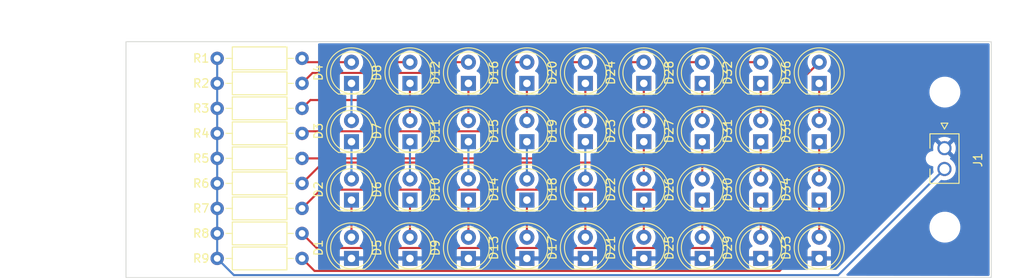
<source format=kicad_pcb>
(kicad_pcb (version 20221018) (generator pcbnew)
  (layers (0 "F.Cu" signal) (31 "B.Cu" signal) (34 "B.Paste" user) (35 "F.Paste" user) (36 "B.SilkS" user "B.Silkscreen") (37 "F.SilkS" user "F.Silkscreen") (38 "B.Mask" user) (39 "F.Mask" user) (44 "Edge.Cuts" user))
  (net 0 "")
  (net 1 "Net-(D1-A)")
  (net 2 "Net-(D2-A)")
  (net 3 "Net-(D3-A)")
  (net 4 "GND")
  (net 5 "Net-(D5-A)")
  (net 6 "Net-(D6-A)")
  (net 7 "Net-(D7-A)")
  (net 8 "Net-(D10-K)")
  (net 9 "Net-(D10-A)")
  (net 10 "Net-(D11-A)")
  (net 11 "Net-(D13-A)")
  (net 12 "Net-(D14-A)")
  (net 13 "Net-(D15-A)")
  (net 14 "Net-(D17-A)")
  (net 15 "Net-(D18-A)")
  (net 16 "Net-(D19-A)")
  (net 17 "Net-(D21-A)")
  (net 18 "Net-(D22-A)")
  (net 19 "Net-(D23-A)")
  (net 20 "Net-(D25-A)")
  (net 21 "Net-(D26-A)")
  (net 22 "Net-(D27-A)")
  (net 23 "Net-(D29-A)")
  (net 24 "Net-(D30-A)")
  (net 25 "Net-(D31-A)")
  (net 26 "Net-(D33-A)")
  (net 27 "Net-(D34-A)")
  (net 28 "Net-(D35-A)")
  (net 29 "+12V")
  (net 30 "Net-(D4-A)")
  (net 31 "Net-(D8-A)")
  (net 32 "Net-(D12-A)")
  (net 33 "Net-(D16-A)")
  (net 34 "Net-(D20-A)")
  (net 35 "Net-(D24-A)")
  (net 36 "Net-(D28-A)")
  (net 37 "Net-(D32-A)")
  (net 38 "Net-(D36-A)")
  (footprint "LED_THT:LED_D5.0mm" (layer "F.Cu") (at 183 112 90)
    (fp_text reference "D35" (at 1.27 -3.96 90) (layer "F.SilkS"))
    (fp_text value "LED")
    (fp_line (start -1.29 -1.545) (end -1.29 1.545) (stroke (width 0.12)) (layer "F.SilkS"))
    (fp_arc (start -1.29 -1.54483) (mid 2.072002 -2.880433) (end 4.26 0.000462) (stroke (width 0.12)) (layer "F.SilkS"))
    (fp_arc (start 4.26 -0.000462) (mid 2.072002 2.880433) (end -1.29 1.54483) (stroke (width 0.12)) (layer "F.SilkS"))
    (fp_circle (center 1.27 0) (end 3.77 0) (stroke (width 0.12)) (fill none) (layer "F.SilkS"))
    (pad "1" thru_hole rect (at 0 0 90) (size 1.8 1.8) (drill 0.9) (layers "*.Cu" "*.Mask") (net 27 "Net-(D34-A)"))
    (pad "2" thru_hole circle (at 2.54 0 90) (size 1.8 1.8) (drill 0.9) (layers "*.Cu" "*.Mask") (net 28 "Net-(D35-A)"))
  )
  (footprint "LED_THT:LED_D5.0mm" (layer "F.Cu") (at 134 126 90)
    (fp_text reference "D5" (at 1.27 -3.96 90) (layer "F.SilkS"))
    (fp_text value "LED")
    (fp_line (start -1.29 -1.545) (end -1.29 1.545) (stroke (width 0.12)) (layer "F.SilkS"))
    (fp_arc (start -1.29 -1.54483) (mid 2.072002 -2.880433) (end 4.26 0.000462) (stroke (width 0.12)) (layer "F.SilkS"))
    (fp_arc (start 4.26 -0.000462) (mid 2.072002 2.880433) (end -1.29 1.54483) (stroke (width 0.12)) (layer "F.SilkS"))
    (fp_circle (center 1.27 0) (end 3.77 0) (stroke (width 0.12)) (fill none) (layer "F.SilkS"))
    (pad "1" thru_hole rect (at 0 0 90) (size 1.8 1.8) (drill 0.9) (layers "*.Cu" "*.Mask") (net 4 "GND"))
    (pad "2" thru_hole circle (at 2.54 0 90) (size 1.8 1.8) (drill 0.9) (layers "*.Cu" "*.Mask") (net 5 "Net-(D5-A)"))
  )
  (footprint "LED_THT:LED_D5.0mm" (layer "F.Cu") (at 148 112 90)
    (fp_text reference "D15" (at 1.27 -3.96 90) (layer "F.SilkS"))
    (fp_text value "LED")
    (fp_line (start -1.29 -1.545) (end -1.29 1.545) (stroke (width 0.12)) (layer "F.SilkS"))
    (fp_arc (start -1.29 -1.54483) (mid 2.072002 -2.880433) (end 4.26 0.000462) (stroke (width 0.12)) (layer "F.SilkS"))
    (fp_arc (start 4.26 -0.000462) (mid 2.072002 2.880433) (end -1.29 1.54483) (stroke (width 0.12)) (layer "F.SilkS"))
    (fp_circle (center 1.27 0) (end 3.77 0) (stroke (width 0.12)) (fill none) (layer "F.SilkS"))
    (pad "1" thru_hole rect (at 0 0 90) (size 1.8 1.8) (drill 0.9) (layers "*.Cu" "*.Mask") (net 12 "Net-(D14-A)"))
    (pad "2" thru_hole circle (at 2.54 0 90) (size 1.8 1.8) (drill 0.9) (layers "*.Cu" "*.Mask") (net 13 "Net-(D15-A)"))
  )
  (footprint "LED_THT:LED_D5.0mm" (layer "F.Cu") (at 141 119 90)
    (fp_text reference "D10" (at 1.27 -3.96 90) (layer "F.SilkS"))
    (fp_text value "LED")
    (fp_line (start -1.29 -1.545) (end -1.29 1.545) (stroke (width 0.12)) (layer "F.SilkS"))
    (fp_arc (start -1.29 -1.54483) (mid 2.072002 -2.880433) (end 4.26 0.000462) (stroke (width 0.12)) (layer "F.SilkS"))
    (fp_arc (start 4.26 -0.000462) (mid 2.072002 2.880433) (end -1.29 1.54483) (stroke (width 0.12)) (layer "F.SilkS"))
    (fp_circle (center 1.27 0) (end 3.77 0) (stroke (width 0.12)) (fill none) (layer "F.SilkS"))
    (pad "1" thru_hole rect (at 0 0 90) (size 1.8 1.8) (drill 0.9) (layers "*.Cu" "*.Mask") (net 8 "Net-(D10-K)"))
    (pad "2" thru_hole circle (at 2.54 0 90) (size 1.8 1.8) (drill 0.9) (layers "*.Cu" "*.Mask") (net 9 "Net-(D10-A)"))
  )
  (footprint "LED_THT:LED_D5.0mm" (layer "F.Cu") (at 162 105 90)
    (fp_text reference "D24" (at 1.27 -3.96 90) (layer "F.SilkS"))
    (fp_text value "LED")
    (fp_line (start -1.29 -1.545) (end -1.29 1.545) (stroke (width 0.12)) (layer "F.SilkS"))
    (fp_arc (start -1.29 -1.54483) (mid 2.072002 -2.880433) (end 4.26 0.000462) (stroke (width 0.12)) (layer "F.SilkS"))
    (fp_arc (start 4.26 -0.000462) (mid 2.072002 2.880433) (end -1.29 1.54483) (stroke (width 0.12)) (layer "F.SilkS"))
    (fp_circle (center 1.27 0) (end 3.77 0) (stroke (width 0.12)) (fill none) (layer "F.SilkS"))
    (pad "1" thru_hole rect (at 0 0 90) (size 1.8 1.8) (drill 0.9) (layers "*.Cu" "*.Mask") (net 19 "Net-(D23-A)"))
    (pad "2" thru_hole circle (at 2.54 0 90) (size 1.8 1.8) (drill 0.9) (layers "*.Cu" "*.Mask") (net 35 "Net-(D24-A)"))
  )
  (footprint "Resistor_THT:R_Axial_DIN0207_L6.3mm_D2.5mm_P10.16mm_Horizontal" (layer "F.Cu") (at 121.08 108 180)
    (fp_text reference "R3" (at 12.08 0) (layer "F.SilkS"))
    (fp_text value "180")
    (fp_line (start 1.04 0) (end 1.81 0) (stroke (width 0.12)) (layer "F.SilkS"))
    (fp_line (start 1.81 -1.37) (end 1.81 1.37) (stroke (width 0.12)) (layer "F.SilkS"))
    (fp_line (start 1.81 1.37) (end 8.35 1.37) (stroke (width 0.12)) (layer "F.SilkS"))
    (fp_line (start 8.35 -1.37) (end 1.81 -1.37) (stroke (width 0.12)) (layer "F.SilkS"))
    (fp_line (start 8.35 1.37) (end 8.35 -1.37) (stroke (width 0.12)) (layer "F.SilkS"))
    (fp_line (start 9.12 0) (end 8.35 0) (stroke (width 0.12)) (layer "F.SilkS"))
    (pad "1" thru_hole circle (at 0 0 180) (size 1.6 1.6) (drill 0.8) (layers "*.Cu" "*.Mask") (net 32 "Net-(D12-A)"))
    (pad "2" thru_hole oval (at 10.16 0 180) (size 1.6 1.6) (drill 0.8) (layers "*.Cu" "*.Mask") (net 29 "+12V"))
  )
  (footprint "LED_THT:LED_D5.0mm" (layer "F.Cu") (at 176 112 90)
    (fp_text reference "D31" (at 1.27 -3.96 90) (layer "F.SilkS"))
    (fp_text value "LED")
    (fp_line (start -1.29 -1.545) (end -1.29 1.545) (stroke (width 0.12)) (layer "F.SilkS"))
    (fp_arc (start -1.29 -1.54483) (mid 2.072002 -2.880433) (end 4.26 0.000462) (stroke (width 0.12)) (layer "F.SilkS"))
    (fp_arc (start 4.26 -0.000462) (mid 2.072002 2.880433) (end -1.29 1.54483) (stroke (width 0.12)) (layer "F.SilkS"))
    (fp_circle (center 1.27 0) (end 3.77 0) (stroke (width 0.12)) (fill none) (layer "F.SilkS"))
    (pad "1" thru_hole rect (at 0 0 90) (size 1.8 1.8) (drill 0.9) (layers "*.Cu" "*.Mask") (net 24 "Net-(D30-A)"))
    (pad "2" thru_hole circle (at 2.54 0 90) (size 1.8 1.8) (drill 0.9) (layers "*.Cu" "*.Mask") (net 25 "Net-(D31-A)"))
  )
  (footprint "MountingHole:MountingHole_3.2mm_M3" (layer "F.Cu") (at 105.55 122.25)
    (fp_text reference "REF**" hide)
    (fp_text value "MountingHole_3.2mm_M3")
    (pad "" np_thru_hole circle (at 0 0) (size 3.2 3.2) (drill 3.2) (layers "F&B.Cu" "*.Mask"))
  )
  (footprint "LED_THT:LED_D5.0mm" (layer "F.Cu") (at 155 112 90)
    (fp_text reference "D19" (at 1.27 -3.96 90) (layer "F.SilkS"))
    (fp_text value "LED")
    (fp_line (start -1.29 -1.545) (end -1.29 1.545) (stroke (width 0.12)) (layer "F.SilkS"))
    (fp_arc (start -1.29 -1.54483) (mid 2.072002 -2.880433) (end 4.26 0.000462) (stroke (width 0.12)) (layer "F.SilkS"))
    (fp_arc (start 4.26 -0.000462) (mid 2.072002 2.880433) (end -1.29 1.54483) (stroke (width 0.12)) (layer "F.SilkS"))
    (fp_circle (center 1.27 0) (end 3.77 0) (stroke (width 0.12)) (fill none) (layer "F.SilkS"))
    (pad "1" thru_hole rect (at 0 0 90) (size 1.8 1.8) (drill 0.9) (layers "*.Cu" "*.Mask") (net 15 "Net-(D18-A)"))
    (pad "2" thru_hole circle (at 2.54 0 90) (size 1.8 1.8) (drill 0.9) (layers "*.Cu" "*.Mask") (net 16 "Net-(D19-A)"))
  )
  (footprint "Resistor_THT:R_Axial_DIN0207_L6.3mm_D2.5mm_P10.16mm_Horizontal" (layer "F.Cu") (at 121.08 102 180)
    (fp_text reference "R1" (at 12.08 0) (layer "F.SilkS"))
    (fp_text value "180")
    (fp_line (start 1.04 0) (end 1.81 0) (stroke (width 0.12)) (layer "F.SilkS"))
    (fp_line (start 1.81 -1.37) (end 1.81 1.37) (stroke (width 0.12)) (layer "F.SilkS"))
    (fp_line (start 1.81 1.37) (end 8.35 1.37) (stroke (width 0.12)) (layer "F.SilkS"))
    (fp_line (start 8.35 -1.37) (end 1.81 -1.37) (stroke (width 0.12)) (layer "F.SilkS"))
    (fp_line (start 8.35 1.37) (end 8.35 -1.37) (stroke (width 0.12)) (layer "F.SilkS"))
    (fp_line (start 9.12 0) (end 8.35 0) (stroke (width 0.12)) (layer "F.SilkS"))
    (pad "1" thru_hole circle (at 0 0 180) (size 1.6 1.6) (drill 0.8) (layers "*.Cu" "*.Mask") (net 30 "Net-(D4-A)"))
    (pad "2" thru_hole oval (at 10.16 0 180) (size 1.6 1.6) (drill 0.8) (layers "*.Cu" "*.Mask") (net 29 "+12V"))
  )
  (footprint "LED_THT:LED_D5.0mm" (layer "F.Cu") (at 127 105 90)
    (fp_text reference "D4" (at 1.27 -3.96 90) (layer "F.SilkS"))
    (fp_text value "LED")
    (fp_line (start -1.29 -1.545) (end -1.29 1.545) (stroke (width 0.12)) (layer "F.SilkS"))
    (fp_arc (start -1.29 -1.54483) (mid 2.072002 -2.880433) (end 4.26 0.000462) (stroke (width 0.12)) (layer "F.SilkS"))
    (fp_arc (start 4.26 -0.000462) (mid 2.072002 2.880433) (end -1.29 1.54483) (stroke (width 0.12)) (layer "F.SilkS"))
    (fp_circle (center 1.27 0) (end 3.77 0) (stroke (width 0.12)) (fill none) (layer "F.SilkS"))
    (pad "1" thru_hole rect (at 0 0 90) (size 1.8 1.8) (drill 0.9) (layers "*.Cu" "*.Mask") (net 3 "Net-(D3-A)"))
    (pad "2" thru_hole circle (at 2.54 0 90) (size 1.8 1.8) (drill 0.9) (layers "*.Cu" "*.Mask") (net 30 "Net-(D4-A)"))
  )
  (footprint "LED_THT:LED_D5.0mm" (layer "F.Cu") (at 183 126 90)
    (fp_text reference "D33" (at 1.27 -3.96 90) (layer "F.SilkS"))
    (fp_text value "LED")
    (fp_line (start -1.29 -1.545) (end -1.29 1.545) (stroke (width 0.12)) (layer "F.SilkS"))
    (fp_arc (start -1.29 -1.54483) (mid 2.072002 -2.880433) (end 4.26 0.000462) (stroke (width 0.12)) (layer "F.SilkS"))
    (fp_arc (start 4.26 -0.000462) (mid 2.072002 2.880433) (end -1.29 1.54483) (stroke (width 0.12)) (layer "F.SilkS"))
    (fp_circle (center 1.27 0) (end 3.77 0) (stroke (width 0.12)) (fill none) (layer "F.SilkS"))
    (pad "1" thru_hole rect (at 0 0 90) (size 1.8 1.8) (drill 0.9) (layers "*.Cu" "*.Mask") (net 4 "GND"))
    (pad "2" thru_hole circle (at 2.54 0 90) (size 1.8 1.8) (drill 0.9) (layers "*.Cu" "*.Mask") (net 26 "Net-(D33-A)"))
  )
  (footprint "LED_THT:LED_D5.0mm" (layer "F.Cu") (at 134 119 90)
    (fp_text reference "D6" (at 1.27 -3.96 90) (layer "F.SilkS"))
    (fp_text value "LED")
    (fp_line (start -1.29 -1.545) (end -1.29 1.545) (stroke (width 0.12)) (layer "F.SilkS"))
    (fp_arc (start -1.29 -1.54483) (mid 2.072002 -2.880433) (end 4.26 0.000462) (stroke (width 0.12)) (layer "F.SilkS"))
    (fp_arc (start 4.26 -0.000462) (mid 2.072002 2.880433) (end -1.29 1.54483) (stroke (width 0.12)) (layer "F.SilkS"))
    (fp_circle (center 1.27 0) (end 3.77 0) (stroke (width 0.12)) (fill none) (layer "F.SilkS"))
    (pad "1" thru_hole rect (at 0 0 90) (size 1.8 1.8) (drill 0.9) (layers "*.Cu" "*.Mask") (net 5 "Net-(D5-A)"))
    (pad "2" thru_hole circle (at 2.54 0 90) (size 1.8 1.8) (drill 0.9) (layers "*.Cu" "*.Mask") (net 6 "Net-(D6-A)"))
  )
  (footprint "LED_THT:LED_D5.0mm" (layer "F.Cu") (at 134 105 90)
    (fp_text reference "D8" (at 1.27 -3.96 90) (layer "F.SilkS"))
    (fp_text value "LED")
    (fp_line (start -1.29 -1.545) (end -1.29 1.545) (stroke (width 0.12)) (layer "F.SilkS"))
    (fp_arc (start -1.29 -1.54483) (mid 2.072002 -2.880433) (end 4.26 0.000462) (stroke (width 0.12)) (layer "F.SilkS"))
    (fp_arc (start 4.26 -0.000462) (mid 2.072002 2.880433) (end -1.29 1.54483) (stroke (width 0.12)) (layer "F.SilkS"))
    (fp_circle (center 1.27 0) (end 3.77 0) (stroke (width 0.12)) (fill none) (layer "F.SilkS"))
    (pad "1" thru_hole rect (at 0 0 90) (size 1.8 1.8) (drill 0.9) (layers "*.Cu" "*.Mask") (net 7 "Net-(D7-A)"))
    (pad "2" thru_hole circle (at 2.54 0 90) (size 1.8 1.8) (drill 0.9) (layers "*.Cu" "*.Mask") (net 31 "Net-(D8-A)"))
  )
  (footprint "Resistor_THT:R_Axial_DIN0207_L6.3mm_D2.5mm_P10.16mm_Horizontal" (layer "F.Cu") (at 121.08 105 180)
    (fp_text reference "R2" (at 12.08 0) (layer "F.SilkS"))
    (fp_text value "180")
    (fp_line (start 1.04 0) (end 1.81 0) (stroke (width 0.12)) (layer "F.SilkS"))
    (fp_line (start 1.81 -1.37) (end 1.81 1.37) (stroke (width 0.12)) (layer "F.SilkS"))
    (fp_line (start 1.81 1.37) (end 8.35 1.37) (stroke (width 0.12)) (layer "F.SilkS"))
    (fp_line (start 8.35 -1.37) (end 1.81 -1.37) (stroke (width 0.12)) (layer "F.SilkS"))
    (fp_line (start 8.35 1.37) (end 8.35 -1.37) (stroke (width 0.12)) (layer "F.SilkS"))
    (fp_line (start 9.12 0) (end 8.35 0) (stroke (width 0.12)) (layer "F.SilkS"))
    (pad "1" thru_hole circle (at 0 0 180) (size 1.6 1.6) (drill 0.8) (layers "*.Cu" "*.Mask") (net 31 "Net-(D8-A)"))
    (pad "2" thru_hole oval (at 10.16 0 180) (size 1.6 1.6) (drill 0.8) (layers "*.Cu" "*.Mask") (net 29 "+12V"))
  )
  (footprint "LED_THT:LED_D5.0mm" (layer "F.Cu") (at 134 112 90)
    (fp_text reference "D7" (at 1.27 -3.96 90) (layer "F.SilkS"))
    (fp_text value "LED")
    (fp_line (start -1.29 -1.545) (end -1.29 1.545) (stroke (width 0.12)) (layer "F.SilkS"))
    (fp_arc (start -1.29 -1.54483) (mid 2.072002 -2.880433) (end 4.26 0.000462) (stroke (width 0.12)) (layer "F.SilkS"))
    (fp_arc (start 4.26 -0.000462) (mid 2.072002 2.880433) (end -1.29 1.54483) (stroke (width 0.12)) (layer "F.SilkS"))
    (fp_circle (center 1.27 0) (end 3.77 0) (stroke (width 0.12)) (fill none) (layer "F.SilkS"))
    (pad "1" thru_hole rect (at 0 0 90) (size 1.8 1.8) (drill 0.9) (layers "*.Cu" "*.Mask") (net 6 "Net-(D6-A)"))
    (pad "2" thru_hole circle (at 2.54 0 90) (size 1.8 1.8) (drill 0.9) (layers "*.Cu" "*.Mask") (net 7 "Net-(D7-A)"))
  )
  (footprint "LED_THT:LED_D5.0mm" (layer "F.Cu") (at 169 126 90)
    (fp_text reference "D25" (at 1.27 -3.96 90) (layer "F.SilkS"))
    (fp_text value "LED")
    (fp_line (start -1.29 -1.545) (end -1.29 1.545) (stroke (width 0.12)) (layer "F.SilkS"))
    (fp_arc (start -1.29 -1.54483) (mid 2.072002 -2.880433) (end 4.26 0.000462) (stroke (width 0.12)) (layer "F.SilkS"))
    (fp_arc (start 4.26 -0.000462) (mid 2.072002 2.880433) (end -1.29 1.54483) (stroke (width 0.12)) (layer "F.SilkS"))
    (fp_circle (center 1.27 0) (end 3.77 0) (stroke (width 0.12)) (fill none) (layer "F.SilkS"))
    (pad "1" thru_hole rect (at 0 0 90) (size 1.8 1.8) (drill 0.9) (layers "*.Cu" "*.Mask") (net 4 "GND"))
    (pad "2" thru_hole circle (at 2.54 0 90) (size 1.8 1.8) (drill 0.9) (layers "*.Cu" "*.Mask") (net 20 "Net-(D25-A)"))
  )
  (footprint "MountingHole:MountingHole_3.2mm_M3" (layer "F.Cu") (at 198.05 106.05)
    (fp_text reference "REF**" hide)
    (fp_text value "MountingHole_3.2mm_M3")
    (pad "" np_thru_hole circle (at 0 0) (size 3.2 3.2) (drill 3.2) (layers "F&B.Cu" "*.Mask"))
  )
  (footprint "LED_THT:LED_D5.0mm" (layer "F.Cu") (at 141 112 90)
    (fp_text reference "D11" (at 1.27 -3.96 90) (layer "F.SilkS"))
    (fp_text value "LED")
    (fp_line (start -1.29 -1.545) (end -1.29 1.545) (stroke (width 0.12)) (layer "F.SilkS"))
    (fp_arc (start -1.29 -1.54483) (mid 2.072002 -2.880433) (end 4.26 0.000462) (stroke (width 0.12)) (layer "F.SilkS"))
    (fp_arc (start 4.26 -0.000462) (mid 2.072002 2.880433) (end -1.29 1.54483) (stroke (width 0.12)) (layer "F.SilkS"))
    (fp_circle (center 1.27 0) (end 3.77 0) (stroke (width 0.12)) (fill none) (layer "F.SilkS"))
    (pad "1" thru_hole rect (at 0 0 90) (size 1.8 1.8) (drill 0.9) (layers "*.Cu" "*.Mask") (net 9 "Net-(D10-A)"))
    (pad "2" thru_hole circle (at 2.54 0 90) (size 1.8 1.8) (drill 0.9) (layers "*.Cu" "*.Mask") (net 10 "Net-(D11-A)"))
  )
  (footprint "LED_THT:LED_D5.0mm" (layer "F.Cu") (at 127 112 90)
    (fp_text reference "D3" (at 1.27 -3.96 90) (layer "F.SilkS"))
    (fp_text value "LED")
    (fp_line (start -1.29 -1.545) (end -1.29 1.545) (stroke (width 0.12)) (layer "F.SilkS"))
    (fp_arc (start -1.29 -1.54483) (mid 2.072002 -2.880433) (end 4.26 0.000462) (stroke (width 0.12)) (layer "F.SilkS"))
    (fp_arc (start 4.26 -0.000462) (mid 2.072002 2.880433) (end -1.29 1.54483) (stroke (width 0.12)) (layer "F.SilkS"))
    (fp_circle (center 1.27 0) (end 3.77 0) (stroke (width 0.12)) (fill none) (layer "F.SilkS"))
    (pad "1" thru_hole rect (at 0 0 90) (size 1.8 1.8) (drill 0.9) (layers "*.Cu" "*.Mask") (net 2 "Net-(D2-A)"))
    (pad "2" thru_hole circle (at 2.54 0 90) (size 1.8 1.8) (drill 0.9) (layers "*.Cu" "*.Mask") (net 3 "Net-(D3-A)"))
  )
  (footprint "Resistor_THT:R_Axial_DIN0207_L6.3mm_D2.5mm_P10.16mm_Horizontal" (layer "F.Cu") (at 121.08 111 180)
    (fp_text reference "R4" (at 12.08 0) (layer "F.SilkS"))
    (fp_text value "180")
    (fp_line (start 1.04 0) (end 1.81 0) (stroke (width 0.12)) (layer "F.SilkS"))
    (fp_line (start 1.81 -1.37) (end 1.81 1.37) (stroke (width 0.12)) (layer "F.SilkS"))
    (fp_line (start 1.81 1.37) (end 8.35 1.37) (stroke (width 0.12)) (layer "F.SilkS"))
    (fp_line (start 8.35 -1.37) (end 1.81 -1.37) (stroke (width 0.12)) (layer "F.SilkS"))
    (fp_line (start 8.35 1.37) (end 8.35 -1.37) (stroke (width 0.12)) (layer "F.SilkS"))
    (fp_line (start 9.12 0) (end 8.35 0) (stroke (width 0.12)) (layer "F.SilkS"))
    (pad "1" thru_hole circle (at 0 0 180) (size 1.6 1.6) (drill 0.8) (layers "*.Cu" "*.Mask") (net 33 "Net-(D16-A)"))
    (pad "2" thru_hole oval (at 10.16 0 180) (size 1.6 1.6) (drill 0.8) (layers "*.Cu" "*.Mask") (net 29 "+12V"))
  )
  (footprint "LED_THT:LED_D5.0mm" (layer "F.Cu") (at 176 126 90)
    (fp_text reference "D29" (at 1.27 -3.96 90) (layer "F.SilkS"))
    (fp_text value "LED")
    (fp_line (start -1.29 -1.545) (end -1.29 1.545) (stroke (width 0.12)) (layer "F.SilkS"))
    (fp_arc (start -1.29 -1.54483) (mid 2.072002 -2.880433) (end 4.26 0.000462) (stroke (width 0.12)) (layer "F.SilkS"))
    (fp_arc (start 4.26 -0.000462) (mid 2.072002 2.880433) (end -1.29 1.54483) (stroke (width 0.12)) (layer "F.SilkS"))
    (fp_circle (center 1.27 0) (end 3.77 0) (stroke (width 0.12)) (fill none) (layer "F.SilkS"))
    (pad "1" thru_hole rect (at 0 0 90) (size 1.8 1.8) (drill 0.9) (layers "*.Cu" "*.Mask") (net 4 "GND"))
    (pad "2" thru_hole circle (at 2.54 0 90) (size 1.8 1.8) (drill 0.9) (layers "*.Cu" "*.Mask") (net 23 "Net-(D29-A)"))
  )
  (footprint "LED_THT:LED_D5.0mm" (layer "F.Cu") (at 141 105 90)
    (fp_text reference "D12" (at 1.27 -3.96 90) (layer "F.SilkS"))
    (fp_text value "LED")
    (fp_line (start -1.29 -1.545) (end -1.29 1.545) (stroke (width 0.12)) (layer "F.SilkS"))
    (fp_arc (start -1.29 -1.54483) (mid 2.072002 -2.880433) (end 4.26 0.000462) (stroke (width 0.12)) (layer "F.SilkS"))
    (fp_arc (start 4.26 -0.000462) (mid 2.072002 2.880433) (end -1.29 1.54483) (stroke (width 0.12)) (layer "F.SilkS"))
    (fp_circle (center 1.27 0) (end 3.77 0) (stroke (width 0.12)) (fill none) (layer "F.SilkS"))
    (pad "1" thru_hole rect (at 0 0 90) (size 1.8 1.8) (drill 0.9) (layers "*.Cu" "*.Mask") (net 10 "Net-(D11-A)"))
    (pad "2" thru_hole circle (at 2.54 0 90) (size 1.8 1.8) (drill 0.9) (layers "*.Cu" "*.Mask") (net 32 "Net-(D12-A)"))
  )
  (footprint "1FS_2_Global_Footprint_Library:MOLEX_1053091202" (layer "F.Cu") (at 198 112.77425 -90)
    (fp_text reference "J1" (at 1.425 -4 90) (layer "F.SilkS"))
    (fp_text value "Conn_01x02_Pin")
    (fp_line (start -3 -0.4) (end -3 0.4) (stroke (width 0.127)) (layer "F.SilkS"))
    (fp_line (start -3 0.4) (end -2.3 0) (stroke (width 0.127)) (layer "F.SilkS"))
    (fp_line (start -2.3 0) (end -3 -0.4) (stroke (width 0.127)) (layer "F.SilkS"))
    (fp_line (start -1.72 -1.74) (end 4.22 -1.74) (stroke (width 0.127)) (layer "F.SilkS"))
    (fp_line (start -1.72 1.74) (end -1.72 -1.74) (stroke (width 0.127)) (layer "F.SilkS"))
    (fp_line (start 0 1.74) (end -1.72 1.74) (stroke (width 0.127)) (layer "F.SilkS"))
    (fp_line (start 4.22 -1.74) (end 4.22 1.74) (stroke (width 0.127)) (layer "F.SilkS"))
    (fp_line (start 4.22 1.74) (end 2.5 1.74) (stroke (width 0.127)) (layer "F.SilkS"))
    (pad "" np_thru_hole circle (at 1.25 1.34 270) (size 1.3 1.3) (drill 1.3) (layers "*.Cu" "*.Mask"))
    (pad "1" thru_hole circle (at 0 0 270) (size 1.7 1.7) (drill 1.2) (layers "*.Cu") (net 4 "GND"))
    (pad "2" thru_hole circle (at 2.5 0 270) (size 1.7 1.7) (drill 1.2) (layers "*.Cu") (net 29 "+12V"))
  )
  (footprint "LED_THT:LED_D5.0mm" (layer "F.Cu") (at 169 119 90)
    (fp_text reference "D26" (at 1.27 -3.96 90) (layer "F.SilkS"))
    (fp_text value "LED")
    (fp_line (start -1.29 -1.545) (end -1.29 1.545) (stroke (width 0.12)) (layer "F.SilkS"))
    (fp_arc (start -1.29 -1.54483) (mid 2.072002 -2.880433) (end 4.26 0.000462) (stroke (width 0.12)) (layer "F.SilkS"))
    (fp_arc (start 4.26 -0.000462) (mid 2.072002 2.880433) (end -1.29 1.54483) (stroke (width 0.12)) (layer "F.SilkS"))
    (fp_circle (center 1.27 0) (end 3.77 0) (stroke (width 0.12)) (fill none) (layer "F.SilkS"))
    (pad "1" thru_hole rect (at 0 0 90) (size 1.8 1.8) (drill 0.9) (layers "*.Cu" "*.Mask") (net 20 "Net-(D25-A)"))
    (pad "2" thru_hole circle (at 2.54 0 90) (size 1.8 1.8) (drill 0.9) (layers "*.Cu" "*.Mask") (net 21 "Net-(D26-A)"))
  )
  (footprint "LED_THT:LED_D5.0mm" (layer "F.Cu") (at 141 126 90)
    (fp_text reference "D9" (at 1.27 -3.96 90) (layer "F.SilkS"))
    (fp_text value "LED")
    (fp_line (start -1.29 -1.545) (end -1.29 1.545) (stroke (width 0.12)) (layer "F.SilkS"))
    (fp_arc (start -1.29 -1.54483) (mid 2.072002 -2.880433) (end 4.26 0.000462) (stroke (width 0.12)) (layer "F.SilkS"))
    (fp_arc (start 4.26 -0.000462) (mid 2.072002 2.880433) (end -1.29 1.54483) (stroke (width 0.12)) (layer "F.SilkS"))
    (fp_circle (center 1.27 0) (end 3.77 0) (stroke (width 0.12)) (fill none) (layer "F.SilkS"))
    (pad "1" thru_hole rect (at 0 0 90) (size 1.8 1.8) (drill 0.9) (layers "*.Cu" "*.Mask") (net 4 "GND"))
    (pad "2" thru_hole circle (at 2.54 0 90) (size 1.8 1.8) (drill 0.9) (layers "*.Cu" "*.Mask") (net 8 "Net-(D10-K)"))
  )
  (footprint "Resistor_THT:R_Axial_DIN0207_L6.3mm_D2.5mm_P10.16mm_Horizontal" (layer "F.Cu") (at 121.08 120 180)
    (fp_text reference "R7" (at 12.08 0) (layer "F.SilkS"))
    (fp_text value "180")
    (fp_line (start 1.04 0) (end 1.81 0) (stroke (width 0.12)) (layer "F.SilkS"))
    (fp_line (start 1.81 -1.37) (end 1.81 1.37) (stroke (width 0.12)) (layer "F.SilkS"))
    (fp_line (start 1.81 1.37) (end 8.35 1.37) (stroke (width 0.12)) (layer "F.SilkS"))
    (fp_line (start 8.35 -1.37) (end 1.81 -1.37) (stroke (width 0.12)) (layer "F.SilkS"))
    (fp_line (start 8.35 1.37) (end 8.35 -1.37) (stroke (width 0.12)) (layer "F.SilkS"))
    (fp_line (start 9.12 0) (end 8.35 0) (stroke (width 0.12)) (layer "F.SilkS"))
    (pad "1" thru_hole circle (at 0 0 180) (size 1.6 1.6) (drill 0.8) (layers "*.Cu" "*.Mask") (net 36 "Net-(D28-A)"))
    (pad "2" thru_hole oval (at 10.16 0 180) (size 1.6 1.6) (drill 0.8) (layers "*.Cu" "*.Mask") (net 29 "+12V"))
  )
  (footprint "LED_THT:LED_D5.0mm" (layer "F.Cu") (at 162 112 90)
    (fp_text reference "D23" (at 1.27 -3.96 90) (layer "F.SilkS"))
    (fp_text value "LED")
    (fp_line (start -1.29 -1.545) (end -1.29 1.545) (stroke (width 0.12)) (layer "F.SilkS"))
    (fp_arc (start -1.29 -1.54483) (mid 2.072002 -2.880433) (end 4.26 0.000462) (stroke (width 0.12)) (layer "F.SilkS"))
    (fp_arc (start 4.26 -0.000462) (mid 2.072002 2.880433) (end -1.29 1.54483) (stroke (width 0.12)) (layer "F.SilkS"))
    (fp_circle (center 1.27 0) (end 3.77 0) (stroke (width 0.12)) (fill none) (layer "F.SilkS"))
    (pad "1" thru_hole rect (at 0 0 90) (size 1.8 1.8) (drill 0.9) (layers "*.Cu" "*.Mask") (net 18 "Net-(D22-A)"))
    (pad "2" thru_hole circle (at 2.54 0 90) (size 1.8 1.8) (drill 0.9) (layers "*.Cu" "*.Mask") (net 19 "Net-(D23-A)"))
  )
  (footprint "LED_THT:LED_D5.0mm" (layer "F.Cu") (at 148 105 90)
    (fp_text reference "D16" (at 1.27 -3.96 90) (layer "F.SilkS"))
    (fp_text value "LED")
    (fp_line (start -1.29 -1.545) (end -1.29 1.545) (stroke (width 0.12)) (layer "F.SilkS"))
    (fp_arc (start -1.29 -1.54483) (mid 2.072002 -2.880433) (end 4.26 0.000462) (stroke (width 0.12)) (layer "F.SilkS"))
    (fp_arc (start 4.26 -0.000462) (mid 2.072002 2.880433) (end -1.29 1.54483) (stroke (width 0.12)) (layer "F.SilkS"))
    (fp_circle (center 1.27 0) (end 3.77 0) (stroke (width 0.12)) (fill none) (layer "F.SilkS"))
    (pad "1" thru_hole rect (at 0 0 90) (size 1.8 1.8) (drill 0.9) (layers "*.Cu" "*.Mask") (net 13 "Net-(D15-A)"))
    (pad "2" thru_hole circle (at 2.54 0 90) (size 1.8 1.8) (drill 0.9) (layers "*.Cu" "*.Mask") (net 33 "Net-(D16-A)"))
  )
  (footprint "Resistor_THT:R_Axial_DIN0207_L6.3mm_D2.5mm_P10.16mm_Horizontal" (layer "F.Cu") (at 121.08 114 180)
    (fp_text reference "R5" (at 12.08 0) (layer "F.SilkS"))
    (fp_text value "180")
    (fp_line (start 1.04 0) (end 1.81 0) (stroke (width 0.12)) (layer "F.SilkS"))
    (fp_line (start 1.81 -1.37) (end 1.81 1.37) (stroke (width 0.12)) (layer "F.SilkS"))
    (fp_line (start 1.81 1.37) (end 8.35 1.37) (stroke (width 0.12)) (layer "F.SilkS"))
    (fp_line (start 8.35 -1.37) (end 1.81 -1.37) (stroke (width 0.12)) (layer "F.SilkS"))
    (fp_line (start 8.35 1.37) (end 8.35 -1.37) (stroke (width 0.12)) (layer "F.SilkS"))
    (fp_line (start 9.12 0) (end 8.35 0) (stroke (width 0.12)) (layer "F.SilkS"))
    (pad "1" thru_hole circle (at 0 0 180) (size 1.6 1.6) (drill 0.8) (layers "*.Cu" "*.Mask") (net 34 "Net-(D20-A)"))
    (pad "2" thru_hole oval (at 10.16 0 180) (size 1.6 1.6) (drill 0.8) (layers "*.Cu" "*.Mask") (net 29 "+12V"))
  )
  (footprint "Resistor_THT:R_Axial_DIN0207_L6.3mm_D2.5mm_P10.16mm_Horizontal" (layer "F.Cu") (at 121.08 117 180)
    (fp_text reference "R6" (at 12.08 0) (layer "F.SilkS"))
    (fp_text value "180")
    (fp_line (start 1.04 0) (end 1.81 0) (stroke (width 0.12)) (layer "F.SilkS"))
    (fp_line (start 1.81 -1.37) (end 1.81 1.37) (stroke (width 0.12)) (layer "F.SilkS"))
    (fp_line (start 1.81 1.37) (end 8.35 1.37) (stroke (width 0.12)) (layer "F.SilkS"))
    (fp_line (start 8.35 -1.37) (end 1.81 -1.37) (stroke (width 0.12)) (layer "F.SilkS"))
    (fp_line (start 8.35 1.37) (end 8.35 -1.37) (stroke (width 0.12)) (layer "F.SilkS"))
    (fp_line (start 9.12 0) (end 8.35 0) (stroke (width 0.12)) (layer "F.SilkS"))
    (pad "1" thru_hole circle (at 0 0 180) (size 1.6 1.6) (drill 0.8) (layers "*.Cu" "*.Mask") (net 35 "Net-(D24-A)"))
    (pad "2" thru_hole oval (at 10.16 0 180) (size 1.6 1.6) (drill 0.8) (layers "*.Cu" "*.Mask") (net 29 "+12V"))
  )
  (footprint "LED_THT:LED_D5.0mm" (layer "F.Cu") (at 176 105 90)
    (fp_text reference "D32" (at 1.27 -3.96 90) (layer "F.SilkS"))
    (fp_text value "LED")
    (fp_line (start -1.29 -1.545) (end -1.29 1.545) (stroke (width 0.12)) (layer "F.SilkS"))
    (fp_arc (start -1.29 -1.54483) (mid 2.072002 -2.880433) (end 4.26 0.000462) (stroke (width 0.12)) (layer "F.SilkS"))
    (fp_arc (start 4.26 -0.000462) (mid 2.072002 2.880433) (end -1.29 1.54483) (stroke (width 0.12)) (layer "F.SilkS"))
    (fp_circle (center 1.27 0) (end 3.77 0) (stroke (width 0.12)) (fill none) (layer "F.SilkS"))
    (pad "1" thru_hole rect (at 0 0 90) (size 1.8 1.8) (drill 0.9) (layers "*.Cu" "*.Mask") (net 25 "Net-(D31-A)"))
    (pad "2" thru_hole circle (at 2.54 0 90) (size 1.8 1.8) (drill 0.9) (layers "*.Cu" "*.Mask") (net 37 "Net-(D32-A)"))
  )
  (footprint "Resistor_THT:R_Axial_DIN0207_L6.3mm_D2.5mm_P10.16mm_Horizontal" (layer "F.Cu") (at 121.08 126 180)
    (fp_text reference "R9" (at 12.08 0) (layer "F.SilkS"))
    (fp_text value "180")
    (fp_line (start 1.04 0) (end 1.81 0) (stroke (width 0.12)) (layer "F.SilkS"))
    (fp_line (start 1.81 -1.37) (end 1.81 1.37) (stroke (width 0.12)) (layer "F.SilkS"))
    (fp_line (start 1.81 1.37) (end 8.35 1.37) (stroke (width 0.12)) (layer "F.SilkS"))
    (fp_line (start 8.35 -1.37) (end 1.81 -1.37) (stroke (width 0.12)) (layer "F.SilkS"))
    (fp_line (start 8.35 1.37) (end 8.35 -1.37) (stroke (width 0.12)) (layer "F.SilkS"))
    (fp_line (start 9.12 0) (end 8.35 0) (stroke (width 0.12)) (layer "F.SilkS"))
    (pad "1" thru_hole circle (at 0 0 180) (size 1.6 1.6) (drill 0.8) (layers "*.Cu" "*.Mask") (net 38 "Net-(D36-A)"))
    (pad "2" thru_hole oval (at 10.16 0 180) (size 1.6 1.6) (drill 0.8) (layers "*.Cu" "*.Mask") (net 29 "+12V"))
  )
  (footprint "LED_THT:LED_D5.0mm" (layer "F.Cu") (at 148 126 90)
    (fp_text reference "D13" (at 1.27 -3.96 90) (layer "F.SilkS"))
    (fp_text value "LED")
    (fp_line (start -1.29 -1.545) (end -1.29 1.545) (stroke (width 0.12)) (layer "F.SilkS"))
    (fp_arc (start -1.29 -1.54483) (mid 2.072002 -2.880433) (end 4.26 0.000462) (stroke (width 0.12)) (layer "F.SilkS"))
    (fp_arc (start 4.26 -0.000462) (mid 2.072002 2.880433) (end -1.29 1.54483) (stroke (width 0.12)) (layer "F.SilkS"))
    (fp_circle (center 1.27 0) (end 3.77 0) (stroke (width 0.12)) (fill none) (layer "F.SilkS"))
    (pad "1" thru_hole rect (at 0 0 90) (size 1.8 1.8) (drill 0.9) (layers "*.Cu" "*.Mask") (net 4 "GND"))
    (pad "2" thru_hole circle (at 2.54 0 90) (size 1.8 1.8) (drill 0.9) (layers "*.Cu" "*.Mask") (net 11 "Net-(D13-A)"))
  )
  (footprint "Resistor_THT:R_Axial_DIN0207_L6.3mm_D2.5mm_P10.16mm_Horizontal" (layer "F.Cu") (at 121.08 123 180)
    (fp_text reference "R8" (at 12.08 0) (layer "F.SilkS"))
    (fp_text value "180")
    (fp_line (start 1.04 0) (end 1.81 0) (stroke (width 0.12)) (layer "F.SilkS"))
    (fp_line (start 1.81 -1.37) (end 1.81 1.37) (stroke (width 0.12)) (layer "F.SilkS"))
    (fp_line (start 1.81 1.37) (end 8.35 1.37) (stroke (width 0.12)) (layer "F.SilkS"))
    (fp_line (start 8.35 -1.37) (end 1.81 -1.37) (stroke (width 0.12)) (layer "F.SilkS"))
    (fp_line (start 8.35 1.37) (end 8.35 -1.37) (stroke (width 0.12)) (layer "F.SilkS"))
    (fp_line (start 9.12 0) (end 8.35 0) (stroke (width 0.12)) (layer "F.SilkS"))
    (pad "1" thru_hole circle (at 0 0 180) (size 1.6 1.6) (drill 0.8) (layers "*.Cu" "*.Mask") (net 37 "Net-(D32-A)"))
    (pad "2" thru_hole oval (at 10.16 0 180) (size 1.6 1.6) (drill 0.8) (layers "*.Cu" "*.Mask") (net 29 "+12V"))
  )
  (footprint "LED_THT:LED_D5.0mm" (layer "F.Cu") (at 162 126 90)
    (fp_text reference "D21" (at 1.27 -3.96 90) (layer "F.SilkS"))
    (fp_text value "LED")
    (fp_line (start -1.29 -1.545) (end -1.29 1.545) (stroke (width 0.12)) (layer "F.SilkS"))
    (fp_arc (start -1.29 -1.54483) (mid 2.072002 -2.880433) (end 4.26 0.000462) (stroke (width 0.12)) (layer "F.SilkS"))
    (fp_arc (start 4.26 -0.000462) (mid 2.072002 2.880433) (end -1.29 1.54483) (stroke (width 0.12)) (layer "F.SilkS"))
    (fp_circle (center 1.27 0) (end 3.77 0) (stroke (width 0.12)) (fill none) (layer "F.SilkS"))
    (pad "1" thru_hole rect (at 0 0 90) (size 1.8 1.8) (drill 0.9) (layers "*.Cu" "*.Mask") (net 4 "GND"))
    (pad "2" thru_hole circle (at 2.54 0 90) (size 1.8 1.8) (drill 0.9) (layers "*.Cu" "*.Mask") (net 17 "Net-(D21-A)"))
  )
  (footprint "LED_THT:LED_D5.0mm" (layer "F.Cu") (at 155 119 90)
    (fp_text reference "D18" (at 1.27 -3.96 90) (layer "F.SilkS"))
    (fp_text value "LED")
    (fp_line (start -1.29 -1.545) (end -1.29 1.545) (stroke (width 0.12)) (layer "F.SilkS"))
    (fp_arc (start -1.29 -1.54483) (mid 2.072002 -2.880433) (end 4.26 0.000462) (stroke (width 0.12)) (layer "F.SilkS"))
    (fp_arc (start 4.26 -0.000462) (mid 2.072002 2.880433) (end -1.29 1.54483) (stroke (width 0.12)) (layer "F.SilkS"))
    (fp_circle (center 1.27 0) (end 3.77 0) (stroke (width 0.12)) (fill none) (layer "F.SilkS"))
    (pad "1" thru_hole rect (at 0 0 90) (size 1.8 1.8) (drill 0.9) (layers "*.Cu" "*.Mask") (net 14 "Net-(D17-A)"))
    (pad "2" thru_hole circle (at 2.54 0 90) (size 1.8 1.8) (drill 0.9) (layers "*.Cu" "*.Mask") (net 15 "Net-(D18-A)"))
  )
  (footprint "LED_THT:LED_D5.0mm" (layer "F.Cu") (at 169 105 90)
    (fp_text reference "D28" (at 1.27 -3.96 90) (layer "F.SilkS"))
    (fp_text value "LED")
    (fp_line (start -1.29 -1.545) (end -1.29 1.545) (stroke (width 0.12)) (layer "F.SilkS"))
    (fp_arc (start -1.29 -1.54483) (mid 2.072002 -2.880433) (end 4.26 0.000462) (stroke (width 0.12)) (layer "F.SilkS"))
    (fp_arc (start 4.26 -0.000462) (mid 2.072002 2.880433) (end -1.29 1.54483) (stroke (width 0.12)) (layer "F.SilkS"))
    (fp_circle (center 1.27 0) (end 3.77 0) (stroke (width 0.12)) (fill none) (layer "F.SilkS"))
    (pad "1" thru_hole rect (at 0 0 90) (size 1.8 1.8) (drill 0.9) (layers "*.Cu" "*.Mask") (net 22 "Net-(D27-A)"))
    (pad "2" thru_hole circle (at 2.54 0 90) (size 1.8 1.8) (drill 0.9) (layers "*.Cu" "*.Mask") (net 36 "Net-(D28-A)"))
  )
  (footprint "LED_THT:LED_D5.0mm" (layer "F.Cu") (at 176 119 90)
    (fp_text reference "D30" (at 1.27 -3.96 90) (layer "F.SilkS"))
    (fp_text value "LED")
    (fp_line (start -1.29 -1.545) (end -1.29 1.545) (stroke (width 0.12)) (layer "F.SilkS"))
    (fp_arc (start -1.29 -1.54483) (mid 2.072002 -2.880433) (end 4.26 0.000462) (stroke (width 0.12)) (layer "F.SilkS"))
    (fp_arc (start 4.26 -0.000462) (mid 2.072002 2.880433) (end -1.29 1.54483) (stroke (width 0.12)) (layer "F.SilkS"))
    (fp_circle (center 1.27 0) (end 3.77 0) (stroke (width 0.12)) (fill none) (layer "F.SilkS"))
    (pad "1" thru_hole rect (at 0 0 90) (size 1.8 1.8) (drill 0.9) (layers "*.Cu" "*.Mask") (net 23 "Net-(D29-A)"))
    (pad "2" thru_hole circle (at 2.54 0 90) (size 1.8 1.8) (drill 0.9) (layers "*.Cu" "*.Mask") (net 24 "Net-(D30-A)"))
  )
  (footprint "LED_THT:LED_D5.0mm" (layer "F.Cu") (at 183 119 90)
    (fp_text reference "D34" (at 1.27 -3.96 90) (layer "F.SilkS"))
    (fp_text value "LED")
    (fp_line (start -1.29 -1.545) (end -1.29 1.545) (stroke (width 0.12)) (layer "F.SilkS"))
    (fp_arc (start -1.29 -1.54483) (mid 2.072002 -2.880433) (end 4.26 0.000462) (stroke (width 0.12)) (layer "F.SilkS"))
    (fp_arc (start 4.26 -0.000462) (mid 2.072002 2.880433) (end -1.29 1.54483) (stroke (width 0.12)) (layer "F.SilkS"))
    (fp_circle (center 1.27 0) (end 3.77 0) (stroke (width 0.12)) (fill none) (layer "F.SilkS"))
    (pad "1" thru_hole rect (at 0 0 90) (size 1.8 1.8) (drill 0.9) (layers "*.Cu" "*.Mask") (net 26 "Net-(D33-A)"))
    (pad "2" thru_hole circle (at 2.54 0 90) (size 1.8 1.8) (drill 0.9) (layers "*.Cu" "*.Mask") (net 27 "Net-(D34-A)"))
  )
  (footprint "LED_THT:LED_D5.0mm" (layer "F.Cu") (at 155 105 90)
    (fp_text reference "D20" (at 1.27 -3.96 90) (layer "F.SilkS"))
    (fp_text value "LED")
    (fp_line (start -1.29 -1.545) (end -1.29 1.545) (stroke (width 0.12)) (layer "F.SilkS"))
    (fp_arc (start -1.29 -1.54483) (mid 2.072002 -2.880433) (end 4.26 0.000462) (stroke (width 0.12)) (layer "F.SilkS"))
    (fp_arc (start 4.26 -0.000462) (mid 2.072002 2.880433) (end -1.29 1.54483) (stroke (width 0.12)) (layer "F.SilkS"))
    (fp_circle (center 1.27 0) (end 3.77 0) (stroke (width 0.12)) (fill none) (layer "F.SilkS"))
    (pad "1" thru_hole rect (at 0 0 90) (size 1.8 1.8) (drill 0.9) (layers "*.Cu" "*.Mask") (net 16 "Net-(D19-A)"))
    (pad "2" thru_hole circle (at 2.54 0 90) (size 1.8 1.8) (drill 0.9) (layers "*.Cu" "*.Mask") (net 34 "Net-(D20-A)"))
  )
  (footprint "MountingHole:MountingHole_3.2mm_M3" (layer "F.Cu") (at 198.05 122.25)
    (fp_text reference "REF**" hide)
    (fp_text value "MountingHole_3.2mm_M3")
    (pad "" np_thru_hole circle (at 0 0) (size 3.2 3.2) (drill 3.2) (layers "F&B.Cu" "*.Mask"))
  )
  (footprint "LED_THT:LED_D5.0mm" (layer "F.Cu") (at 169 112 90)
    (fp_text reference "D27" (at 1.27 -3.96 90) (layer "F.SilkS"))
    (fp_text value "LED")
    (fp_line (start -1.29 -1.545) (end -1.29 1.545) (stroke (width 0.12)) (layer "F.SilkS"))
    (fp_arc (start -1.29 -1.54483) (mid 2.072002 -2.880433) (end 4.26 0.000462) (stroke (width 0.12)) (layer "F.SilkS"))
    (fp_arc (start 4.26 -0.000462) (mid 2.072002 2.880433) (end -1.29 1.54483) (stroke (width 0.12)) (layer "F.SilkS"))
    (fp_circle (center 1.27 0) (end 3.77 0) (stroke (width 0.12)) (fill none) (layer "F.SilkS"))
    (pad "1" thru_hole rect (at 0 0 90) (size 1.8 1.8) (drill 0.9) (layers "*.Cu" "*.Mask") (net 21 "Net-(D26-A)"))
    (pad "2" thru_hole circle (at 2.54 0 90) (size 1.8 1.8) (drill 0.9) (layers "*.Cu" "*.Mask") (net 22 "Net-(D27-A)"))
  )
  (footprint "LED_THT:LED_D5.0mm" (layer "F.Cu") (at 162 119 90)
    (fp_text reference "D22" (at 1.27 -3.96 90) (layer "F.SilkS"))
    (fp_text value "LED")
    (fp_line (start -1.29 -1.545) (end -1.29 1.545) (stroke (width 0.12)) (layer "F.SilkS"))
    (fp_arc (start -1.29 -1.54483) (mid 2.072002 -2.880433) (end 4.26 0.000462) (stroke (width 0.12)) (layer "F.SilkS"))
    (fp_arc (start 4.26 -0.000462) (mid 2.072002 2.880433) (end -1.29 1.54483) (stroke (width 0.12)) (layer "F.SilkS"))
    (fp_circle (center 1.27 0) (end 3.77 0) (stroke (width 0.12)) (fill none) (layer "F.SilkS"))
    (pad "1" thru_hole rect (at 0 0 90) (size 1.8 1.8) (drill 0.9) (layers "*.Cu" "*.Mask") (net 17 "Net-(D21-A)"))
    (pad "2" thru_hole circle (at 2.54 0 90) (size 1.8 1.8) (drill 0.9) (layers "*.Cu" "*.Mask") (net 18 "Net-(D22-A)"))
  )
  (footprint "LED_THT:LED_D5.0mm" (layer "F.Cu") (at 127 126 90)
    (fp_text reference "D1" (at 1.27 -3.96 90) (layer "F.SilkS"))
    (fp_text value "LED")
    (fp_line (start -1.29 -1.545) (end -1.29 1.545) (stroke (width 0.12)) (layer "F.SilkS"))
    (fp_arc (start -1.29 -1.54483) (mid 2.072002 -2.880433) (end 4.26 0.000462) (stroke (width 0.12)) (layer "F.SilkS"))
    (fp_arc (start 4.26 -0.000462) (mid 2.072002 2.880433) (end -1.29 1.54483) (stroke (width 0.12)) (layer "F.SilkS"))
    (fp_circle (center 1.27 0) (end 3.77 0) (stroke (width 0.12)) (fill none) (layer "F.SilkS"))
    (pad "1" thru_hole rect (at 0 0 90) (size 1.8 1.8) (drill 0.9) (layers "*.Cu" "*.Mask") (net 4 "GND"))
    (pad "2" thru_hole circle (at 2.54 0 90) (size 1.8 1.8) (drill 0.9) (layers "*.Cu" "*.Mask") (net 1 "Net-(D1-A)"))
  )
  (footprint "LED_THT:LED_D5.0mm" (layer "F.Cu") (at 148 119 90)
    (fp_text reference "D14" (at 1.27 -3.96 90) (layer "F.SilkS"))
    (fp_text value "LED")
    (fp_line (start -1.29 -1.545) (end -1.29 1.545) (stroke (width 0.12)) (layer "F.SilkS"))
    (fp_arc (start -1.29 -1.54483) (mid 2.072002 -2.880433) (end 4.26 0.000462) (stroke (width 0.12)) (layer "F.SilkS"))
    (fp_arc (start 4.26 -0.000462) (mid 2.072002 2.880433) (end -1.29 1.54483) (stroke (width 0.12)) (layer "F.SilkS"))
    (fp_circle (center 1.27 0) (end 3.77 0) (stroke (width 0.12)) (fill none) (layer "F.SilkS"))
    (pad "1" thru_hole rect (at 0 0 90) (size 1.8 1.8) (drill 0.9) (layers "*.Cu" "*.Mask") (net 11 "Net-(D13-A)"))
    (pad "2" thru_hole circle (at 2.54 0 90) (size 1.8 1.8) (drill 0.9) (layers "*.Cu" "*.Mask") (net 12 "Net-(D14-A)"))
  )
  (footprint "LED_THT:LED_D5.0mm" (layer "F.Cu") (at 183 105 90)
    (fp_text reference "D36" (at 1.27 -3.96 90) (layer "F.SilkS"))
    (fp_text value "LED")
    (fp_line (start -1.29 -1.545) (end -1.29 1.545) (stroke (width 0.12)) (layer "F.SilkS"))
    (fp_arc (start -1.29 -1.54483) (mid 2.072002 -2.880433) (end 4.26 0.000462) (stroke (width 0.12)) (layer "F.SilkS"))
    (fp_arc (start 4.26 -0.000462) (mid 2.072002 2.880433) (end -1.29 1.54483) (stroke (width 0.12)) (layer "F.SilkS"))
    (fp_circle (center 1.27 0) (end 3.77 0) (stroke (width 0.12)) (fill none) (layer "F.SilkS"))
    (pad "1" thru_hole rect (at 0 0 90) (size 1.8 1.8) (drill 0.9) (layers "*.Cu" "*.Mask") (net 28 "Net-(D35-A)"))
    (pad "2" thru_hole circle (at 2.54 0 90) (size 1.8 1.8) (drill 0.9) (layers "*.Cu" "*.Mask") (net 38 "Net-(D36-A)"))
  )
  (footprint "LED_THT:LED_D5.0mm" (layer "F.Cu") (at 155 126 90)
    (fp_text reference "D17" (at 1.27 -3.96 90) (layer "F.SilkS"))
    (fp_text value "LED")
    (fp_line (start -1.29 -1.545) (end -1.29 1.545) (stroke (width 0.12)) (layer "F.SilkS"))
    (fp_arc (start -1.29 -1.54483) (mid 2.072002 -2.880433) (end 4.26 0.000462) (stroke (width 0.12)) (layer "F.SilkS"))
    (fp_arc (start 4.26 -0.000462) (mid 2.072002 2.880433) (end -1.29 1.54483) (stroke (width 0.12)) (layer "F.SilkS"))
    (fp_circle (center 1.27 0) (end 3.77 0) (stroke (width 0.12)) (fill none) (layer "F.SilkS"))
    (pad "1" thru_hole rect (at 0 0 90) (size 1.8 1.8) (drill 0.9) (layers "*.Cu" "*.Mask") (net 4 "GND"))
    (pad "2" thru_hole circle (at 2.54 0 90) (size 1.8 1.8) (drill 0.9) (layers "*.Cu" "*.Mask") (net 14 "Net-(D17-A)"))
  )
  (footprint "MountingHole:MountingHole_3.2mm_M3" (layer "F.Cu") (at 105.55 106.05)
    (fp_text reference "REF**" hide)
    (fp_text value "MountingHole_3.2mm_M3")
    (pad "" np_thru_hole circle (at 0 0) (size 3.2 3.2) (drill 3.2) (layers "*.Cu" "*.Mask"))
  )
  (footprint "LED_THT:LED_D5.0mm" (layer "F.Cu") (at 127 119 90)
    (fp_text reference "D2" (at 1.27 -3.96 90) (layer "F.SilkS"))
    (fp_text value "LED")
    (fp_line (start -1.29 -1.545) (end -1.29 1.545) (stroke (width 0.12)) (layer "F.SilkS"))
    (fp_arc (start -1.29 -1.54483) (mid 2.072002 -2.880433) (end 4.26 0.000462) (stroke (width 0.12)) (layer "F.SilkS"))
    (fp_arc (start 4.26 -0.000462) (mid 2.072002 2.880433) (end -1.29 1.54483) (stroke (width 0.12)) (layer "F.SilkS"))
    (fp_circle (center 1.27 0) (end 3.77 0) (stroke (width 0.12)) (fill none) (layer "F.SilkS"))
    (pad "1" thru_hole rect (at 0 0 90) (size 1.8 1.8) (drill 0.9) (layers "*.Cu" "*.Mask") (net 1 "Net-(D1-A)"))
    (pad "2" thru_hole circle (at 2.54 0 90) (size 1.8 1.8) (drill 0.9) (layers "*.Cu" "*.Mask") (net 2 "Net-(D2-A)"))
  )
  (gr_rect (start 100 100) (end 203.6 128.3) (stroke (width 0.1)) (fill none) (layer "Edge.Cuts"))
  (segment (start 127 119) (end 127 123.46) (width 0.25) (layer "F.Cu") (net 1))
  (segment (start 127 112) (end 127 116.46) (width 0.25) (layer "B.Cu") (net 2))
  (segment (start 127 105) (end 127 109.46) (width 0.25) (layer "B.Cu") (net 3))
  (segment (start 134 123.46) (end 134 119) (width 0.25) (layer "F.Cu") (net 5))
  (segment (start 134 112) (end 134 116.46) (width 0.25) (layer "B.Cu") (net 6))
  (segment (start 134 109.46) (end 134 105) (width 0.25) (layer "F.Cu") (net 7))
  (segment (start 141 119) (end 141 123.46) (width 0.25) (layer "F.Cu") (net 8))
  (segment (start 141 112) (end 141 116.46) (width 0.25) (layer "B.Cu") (net 9))
  (segment (start 141 105) (end 141 109.46) (width 0.25) (layer "F.Cu") (net 10))
  (segment (start 148 119) (end 148 123.46) (width 0.25) (layer "F.Cu") (net 11))
  (segment (start 148 112) (end 148 116.46) (width 0.25) (layer "B.Cu") (net 12))
  (segment (start 148 105) (end 148 109.46) (width 0.25) (layer "F.Cu") (net 13))
  (segment (start 155 119) (end 155 123.46) (width 0.25) (layer "F.Cu") (net 14))
  (segment (start 155 112) (end 155 116.46) (width 0.25) (layer "B.Cu") (net 15))
  (segment (start 155 105) (end 155 109.46) (width 0.25) (layer "F.Cu") (net 16))
  (segment (start 162 119) (end 162 123.46) (width 0.25) (layer "F.Cu") (net 17))
  (segment (start 162 112) (end 162 116.46) (width 0.25) (layer "F.Cu") (net 18))
  (segment (start 162 105) (end 162 109.46) (width 0.25) (layer "F.Cu") (net 19))
  (segment (start 169 119) (end 169 123.46) (width 0.25) (layer "F.Cu") (net 20))
  (segment (start 169 112) (end 169 116.46) (width 0.25) (layer "F.Cu") (net 21))
  (segment (start 169 105) (end 169 109.46) (width 0.25) (layer "F.Cu") (net 22))
  (segment (start 176 119) (end 176 123.46) (width 0.25) (layer "F.Cu") (net 23))
  (segment (start 176 112) (end 176 116.46) (width 0.25) (layer "F.Cu") (net 24))
  (segment (start 176 105) (end 176 109.46) (width 0.25) (layer "F.Cu") (net 25))
  (segment (start 183 119) (end 183 123.46) (width 0.25) (layer "F.Cu") (net 26))
  (segment (start 183 112) (end 183 116.46) (width 0.25) (layer "F.Cu") (net 27))
  (segment (start 183 105) (end 183 109.46) (width 0.25) (layer "F.Cu") (net 28))
  (segment (start 185.27425 128) (end 112.92 128) (width 0.25) (layer "B.Cu") (net 29))
  (segment (start 110.92 126) (end 110.92 102) (width 0.25) (layer "B.Cu") (net 29))
  (segment (start 112.92 128) (end 110.92 126) (width 0.25) (layer "B.Cu") (net 29))
  (segment (start 198 115.27425) (end 185.27425 128) (width 0.25) (layer "B.Cu") (net 29))
  (segment (start 121.54 102.46) (end 121.08 102) (width 0.25) (layer "F.Cu") (net 30))
  (segment (start 127 102.46) (end 121.54 102.46) (width 0.25) (layer "F.Cu") (net 30))
  (segment (start 129.25 103.75) (end 122.33 103.75) (width 0.25) (layer "F.Cu") (net 31))
  (segment (start 134 102.46) (end 130.54 102.46) (width 0.25) (layer "F.Cu") (net 31))
  (segment (start 122.33 103.75) (end 121.08 105) (width 0.25) (layer "F.Cu") (net 31))
  (segment (start 130.54 102.46) (end 129.25 103.75) (width 0.25) (layer "F.Cu") (net 31))
  (segment (start 129 107) (end 122.08 107) (width 0.25) (layer "F.Cu") (net 32))
  (segment (start 122.08 107) (end 121.08 108) (width 0.25) (layer "F.Cu") (net 32))
  (segment (start 132.25 103.75) (end 129 107) (width 0.25) (layer "F.Cu") (net 32))
  (segment (start 136.25 103.75) (end 132.25 103.75) (width 0.25) (layer "F.Cu") (net 32))
  (segment (start 137.54 102.46) (end 136.25 103.75) (width 0.25) (layer "F.Cu") (net 32))
  (segment (start 141 102.46) (end 137.54 102.46) (width 0.25) (layer "F.Cu") (net 32))
  (segment (start 142.25 110.75) (end 121.33 110.75) (width 0.25) (layer "F.Cu") (net 33))
  (segment (start 148 102.46) (end 145.79 102.46) (width 0.25) (layer "F.Cu") (net 33))
  (segment (start 144.5 108.5) (end 142.25 110.75) (width 0.25) (layer "F.Cu") (net 33))
  (segment (start 145.79 102.46) (end 144.5 103.75) (width 0.25) (layer "F.Cu") (net 33))
  (segment (start 144.5 103.75) (end 144.5 108.5) (width 0.25) (layer "F.Cu") (net 33))
  (segment (start 121.33 110.75) (end 121.08 111) (width 0.25) (layer "F.Cu") (net 33))
  (segment (start 150.25 114) (end 121.08 114) (width 0.25) (layer "F.Cu") (net 34))
  (segment (start 152.79 102.46) (end 151.5 103.75) (width 0.25) (layer "F.Cu") (net 34))
  (segment (start 155 102.46) (end 152.79 102.46) (width 0.25) (layer "F.Cu") (net 34))
  (segment (start 151.5 103.75) (end 151.5 112.75) (width 0.25) (layer "F.Cu") (net 34))
  (segment (start 151.5 112.75) (end 150.25 114) (width 0.25) (layer "F.Cu") (net 34))
  (segment (start 158.5 113.25) (end 158.5 104) (width 0.25) (layer "F.Cu") (net 35))
  (segment (start 123.58 114.5) (end 157.25 114.5) (width 0.25) (layer "F.Cu") (net 35))
  (segment (start 160.04 102.46) (end 162 102.46) (width 0.25) (layer "F.Cu") (net 35))
  (segment (start 158.5 104) (end 160.04 102.46) (width 0.25) (layer "F.Cu") (net 35))
  (segment (start 157.25 114.5) (end 158.5 113.25) (width 0.25) (layer "F.Cu") (net 35))
  (segment (start 121.08 117) (end 123.58 114.5) (width 0.25) (layer "F.Cu") (net 35))
  (segment (start 165.5 116.5) (end 164.25 117.75) (width 0.25) (layer "F.Cu") (net 36))
  (segment (start 164.25 117.75) (end 123.33 117.75) (width 0.25) (layer "F.Cu") (net 36))
  (segment (start 123.33 117.75) (end 121.08 120) (width 0.25) (layer "F.Cu") (net 36))
  (segment (start 165.5 103.75) (end 165.5 116.5) (width 0.25) (layer "F.Cu") (net 36))
  (segment (start 169 102.46) (end 166.79 102.46) (width 0.25) (layer "F.Cu") (net 36))
  (segment (start 166.79 102.46) (end 165.5 103.75) (width 0.25) (layer "F.Cu") (net 36))
  (segment (start 172.5 103.75) (end 173.79 102.46) (width 0.25) (layer "F.Cu") (net 37))
  (segment (start 121.08 123) (end 122.83 124.75) (width 0.25) (layer "F.Cu") (net 37))
  (segment (start 172.5 123) (end 172.5 103.75) (width 0.25) (layer "F.Cu") (net 37))
  (segment (start 122.83 124.75) (end 170.75 124.75) (width 0.25) (layer "F.Cu") (net 37))
  (segment (start 173.79 102.46) (end 176 102.46) (width 0.25) (layer "F.Cu") (net 37))
  (segment (start 170.75 124.75) (end 172.5 123) (width 0.25) (layer "F.Cu") (net 37))
  (segment (start 178.25 127.5) (end 122.58 127.5) (width 0.25) (layer "F.Cu") (net 38))
  (segment (start 179.5 105.96) (end 179.5 126.25) (width 0.25) (layer "F.Cu") (net 38))
  (segment (start 179.5 126.25) (end 178.25 127.5) (width 0.25) (layer "F.Cu") (net 38))
  (segment (start 183 102.46) (end 179.5 105.96) (width 0.25) (layer "F.Cu") (net 38))
  (segment (start 122.58 127.5) (end 121.08 126) (width 0.25) (layer "F.Cu") (net 38))
  (zone (net 4) (net_name "GND") (layer "B.Cu") (connect_pads (clearance 0.5)) (min_thickness 0.25) (fill yes (thermal_gap 0.5) (thermal_bridge_width 0.5))
    (polygon (pts (xy 123 100.2) (xy 123 128) (xy 203.4 128.1) (xy 203.4 100.2)))
  )
)
</source>
